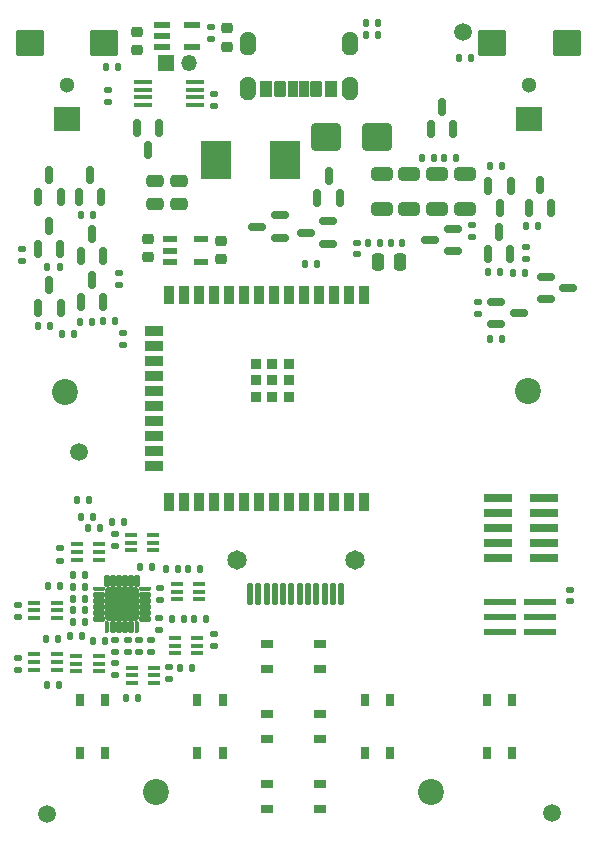
<source format=gbr>
G04 #@! TF.GenerationSoftware,KiCad,Pcbnew,7.0.5*
G04 #@! TF.CreationDate,2023-11-03T09:35:20+00:00*
G04 #@! TF.ProjectId,MaxTENS,4d617854-454e-4532-9e6b-696361645f70,rev?*
G04 #@! TF.SameCoordinates,Original*
G04 #@! TF.FileFunction,Soldermask,Top*
G04 #@! TF.FilePolarity,Negative*
%FSLAX46Y46*%
G04 Gerber Fmt 4.6, Leading zero omitted, Abs format (unit mm)*
G04 Created by KiCad (PCBNEW 7.0.5) date 2023-11-03 09:35:20*
%MOMM*%
%LPD*%
G01*
G04 APERTURE LIST*
G04 Aperture macros list*
%AMRoundRect*
0 Rectangle with rounded corners*
0 $1 Rounding radius*
0 $2 $3 $4 $5 $6 $7 $8 $9 X,Y pos of 4 corners*
0 Add a 4 corners polygon primitive as box body*
4,1,4,$2,$3,$4,$5,$6,$7,$8,$9,$2,$3,0*
0 Add four circle primitives for the rounded corners*
1,1,$1+$1,$2,$3*
1,1,$1+$1,$4,$5*
1,1,$1+$1,$6,$7*
1,1,$1+$1,$8,$9*
0 Add four rect primitives between the rounded corners*
20,1,$1+$1,$2,$3,$4,$5,0*
20,1,$1+$1,$4,$5,$6,$7,0*
20,1,$1+$1,$6,$7,$8,$9,0*
20,1,$1+$1,$8,$9,$2,$3,0*%
G04 Aperture macros list end*
%ADD10C,0.010000*%
%ADD11RoundRect,0.135000X-0.185000X0.135000X-0.185000X-0.135000X0.185000X-0.135000X0.185000X0.135000X0*%
%ADD12RoundRect,0.135000X-0.135000X-0.185000X0.135000X-0.185000X0.135000X0.185000X-0.135000X0.185000X0*%
%ADD13RoundRect,0.150000X0.150000X-0.587500X0.150000X0.587500X-0.150000X0.587500X-0.150000X-0.587500X0*%
%ADD14R,1.150000X0.600000*%
%ADD15RoundRect,0.135000X0.135000X0.185000X-0.135000X0.185000X-0.135000X-0.185000X0.135000X-0.185000X0*%
%ADD16R,0.990600X0.711200*%
%ADD17RoundRect,0.135000X0.185000X-0.135000X0.185000X0.135000X-0.185000X0.135000X-0.185000X-0.135000X0*%
%ADD18RoundRect,0.150000X-0.150000X0.587500X-0.150000X-0.587500X0.150000X-0.587500X0.150000X0.587500X0*%
%ADD19RoundRect,0.150000X-0.587500X-0.150000X0.587500X-0.150000X0.587500X0.150000X-0.587500X0.150000X0*%
%ADD20R,1.016000X0.355600*%
%ADD21RoundRect,0.250000X-0.650000X0.325000X-0.650000X-0.325000X0.650000X-0.325000X0.650000X0.325000X0*%
%ADD22C,2.200000*%
%ADD23R,1.320800X0.508000*%
%ADD24R,0.711200X0.990600*%
%ADD25RoundRect,0.140000X-0.170000X0.140000X-0.170000X-0.140000X0.170000X-0.140000X0.170000X0.140000X0*%
%ADD26RoundRect,0.140000X-0.140000X-0.170000X0.140000X-0.170000X0.140000X0.170000X-0.140000X0.170000X0*%
%ADD27C,1.500000*%
%ADD28R,2.387600X0.762000*%
%ADD29RoundRect,0.058100X-0.421900X-0.126900X0.421900X-0.126900X0.421900X0.126900X-0.421900X0.126900X0*%
%ADD30RoundRect,0.110100X-0.421900X-0.126900X0.421900X-0.126900X0.421900X0.126900X-0.421900X0.126900X0*%
%ADD31RoundRect,0.058100X0.126900X-0.421900X0.126900X0.421900X-0.126900X0.421900X-0.126900X-0.421900X0*%
%ADD32RoundRect,0.110100X0.126900X-0.421900X0.126900X0.421900X-0.126900X0.421900X-0.126900X-0.421900X0*%
%ADD33RoundRect,0.102000X-1.300000X-1.300000X1.300000X-1.300000X1.300000X1.300000X-1.300000X1.300000X0*%
%ADD34RoundRect,0.225000X0.250000X-0.225000X0.250000X0.225000X-0.250000X0.225000X-0.250000X-0.225000X0*%
%ADD35RoundRect,0.140000X0.170000X-0.140000X0.170000X0.140000X-0.170000X0.140000X-0.170000X-0.140000X0*%
%ADD36RoundRect,0.250000X-0.475000X0.250000X-0.475000X-0.250000X0.475000X-0.250000X0.475000X0.250000X0*%
%ADD37R,0.900000X1.500000*%
%ADD38R,1.500000X0.900000*%
%ADD39R,0.900000X0.900000*%
%ADD40C,1.300000*%
%ADD41RoundRect,0.102000X-1.000000X0.950000X-1.000000X-0.950000X1.000000X-0.950000X1.000000X0.950000X0*%
%ADD42RoundRect,0.102000X-1.050000X1.000000X-1.050000X-1.000000X1.050000X-1.000000X1.050000X1.000000X0*%
%ADD43RoundRect,0.150000X0.587500X0.150000X-0.587500X0.150000X-0.587500X-0.150000X0.587500X-0.150000X0*%
%ADD44RoundRect,0.250000X1.000000X0.900000X-1.000000X0.900000X-1.000000X-0.900000X1.000000X-0.900000X0*%
%ADD45RoundRect,0.250000X-0.250000X-0.475000X0.250000X-0.475000X0.250000X0.475000X-0.250000X0.475000X0*%
%ADD46R,2.819400X0.508000*%
%ADD47RoundRect,0.102000X0.350000X0.600000X-0.350000X0.600000X-0.350000X-0.600000X0.350000X-0.600000X0*%
%ADD48RoundRect,0.102000X0.380000X0.600000X-0.380000X0.600000X-0.380000X-0.600000X0.380000X-0.600000X0*%
%ADD49RoundRect,0.102000X0.400000X0.600000X-0.400000X0.600000X-0.400000X-0.600000X0.400000X-0.600000X0*%
%ADD50RoundRect,0.225000X-0.250000X0.225000X-0.250000X-0.225000X0.250000X-0.225000X0.250000X0.225000X0*%
%ADD51R,1.524000X0.457200*%
%ADD52C,1.650000*%
%ADD53RoundRect,0.101600X-0.175000X0.800000X-0.175000X-0.800000X0.175000X-0.800000X0.175000X0.800000X0*%
%ADD54R,2.550000X3.200000*%
%ADD55R,1.350000X1.350000*%
%ADD56O,1.350000X1.350000*%
G04 APERTURE END LIST*
G04 #@! TO.C,J1*
D10*
X227904000Y-45651000D02*
X227938000Y-45654000D01*
X227972000Y-45658000D01*
X228005000Y-45664000D01*
X228038000Y-45672000D01*
X228071000Y-45682000D01*
X228103000Y-45693000D01*
X228134000Y-45706000D01*
X228165000Y-45721000D01*
X228195000Y-45737000D01*
X228224000Y-45755000D01*
X228252000Y-45774000D01*
X228279000Y-45795000D01*
X228305000Y-45817000D01*
X228330000Y-45840000D01*
X228353000Y-45865000D01*
X228375000Y-45891000D01*
X228396000Y-45918000D01*
X228415000Y-45946000D01*
X228433000Y-45975000D01*
X228449000Y-46005000D01*
X228464000Y-46036000D01*
X228477000Y-46067000D01*
X228488000Y-46099000D01*
X228498000Y-46132000D01*
X228506000Y-46165000D01*
X228512000Y-46198000D01*
X228516000Y-46232000D01*
X228519000Y-46266000D01*
X228520000Y-46300000D01*
X228520000Y-46900000D01*
X228519000Y-46934000D01*
X228516000Y-46968000D01*
X228512000Y-47002000D01*
X228506000Y-47035000D01*
X228498000Y-47068000D01*
X228488000Y-47101000D01*
X228477000Y-47133000D01*
X228464000Y-47164000D01*
X228449000Y-47195000D01*
X228433000Y-47225000D01*
X228415000Y-47254000D01*
X228396000Y-47282000D01*
X228375000Y-47309000D01*
X228353000Y-47335000D01*
X228330000Y-47360000D01*
X228305000Y-47383000D01*
X228279000Y-47405000D01*
X228252000Y-47426000D01*
X228224000Y-47445000D01*
X228195000Y-47463000D01*
X228165000Y-47479000D01*
X228134000Y-47494000D01*
X228103000Y-47507000D01*
X228071000Y-47518000D01*
X228038000Y-47528000D01*
X228005000Y-47536000D01*
X227972000Y-47542000D01*
X227938000Y-47546000D01*
X227904000Y-47549000D01*
X227870000Y-47550000D01*
X227836000Y-47549000D01*
X227802000Y-47546000D01*
X227768000Y-47542000D01*
X227735000Y-47536000D01*
X227702000Y-47528000D01*
X227669000Y-47518000D01*
X227637000Y-47507000D01*
X227606000Y-47494000D01*
X227575000Y-47479000D01*
X227545000Y-47463000D01*
X227516000Y-47445000D01*
X227488000Y-47426000D01*
X227461000Y-47405000D01*
X227435000Y-47383000D01*
X227410000Y-47360000D01*
X227387000Y-47335000D01*
X227365000Y-47309000D01*
X227344000Y-47282000D01*
X227325000Y-47254000D01*
X227307000Y-47225000D01*
X227291000Y-47195000D01*
X227276000Y-47164000D01*
X227263000Y-47133000D01*
X227252000Y-47101000D01*
X227242000Y-47068000D01*
X227234000Y-47035000D01*
X227228000Y-47002000D01*
X227224000Y-46968000D01*
X227221000Y-46934000D01*
X227220000Y-46900000D01*
X227220000Y-46300000D01*
X227221000Y-46266000D01*
X227224000Y-46232000D01*
X227228000Y-46198000D01*
X227234000Y-46165000D01*
X227242000Y-46132000D01*
X227252000Y-46099000D01*
X227263000Y-46067000D01*
X227276000Y-46036000D01*
X227291000Y-46005000D01*
X227307000Y-45975000D01*
X227325000Y-45946000D01*
X227344000Y-45918000D01*
X227365000Y-45891000D01*
X227387000Y-45865000D01*
X227410000Y-45840000D01*
X227435000Y-45817000D01*
X227461000Y-45795000D01*
X227488000Y-45774000D01*
X227516000Y-45755000D01*
X227545000Y-45737000D01*
X227575000Y-45721000D01*
X227606000Y-45706000D01*
X227637000Y-45693000D01*
X227669000Y-45682000D01*
X227702000Y-45672000D01*
X227735000Y-45664000D01*
X227768000Y-45658000D01*
X227802000Y-45654000D01*
X227836000Y-45651000D01*
X227870000Y-45650000D01*
X227904000Y-45651000D01*
G36*
X227904000Y-45651000D02*
G01*
X227938000Y-45654000D01*
X227972000Y-45658000D01*
X228005000Y-45664000D01*
X228038000Y-45672000D01*
X228071000Y-45682000D01*
X228103000Y-45693000D01*
X228134000Y-45706000D01*
X228165000Y-45721000D01*
X228195000Y-45737000D01*
X228224000Y-45755000D01*
X228252000Y-45774000D01*
X228279000Y-45795000D01*
X228305000Y-45817000D01*
X228330000Y-45840000D01*
X228353000Y-45865000D01*
X228375000Y-45891000D01*
X228396000Y-45918000D01*
X228415000Y-45946000D01*
X228433000Y-45975000D01*
X228449000Y-46005000D01*
X228464000Y-46036000D01*
X228477000Y-46067000D01*
X228488000Y-46099000D01*
X228498000Y-46132000D01*
X228506000Y-46165000D01*
X228512000Y-46198000D01*
X228516000Y-46232000D01*
X228519000Y-46266000D01*
X228520000Y-46300000D01*
X228520000Y-46900000D01*
X228519000Y-46934000D01*
X228516000Y-46968000D01*
X228512000Y-47002000D01*
X228506000Y-47035000D01*
X228498000Y-47068000D01*
X228488000Y-47101000D01*
X228477000Y-47133000D01*
X228464000Y-47164000D01*
X228449000Y-47195000D01*
X228433000Y-47225000D01*
X228415000Y-47254000D01*
X228396000Y-47282000D01*
X228375000Y-47309000D01*
X228353000Y-47335000D01*
X228330000Y-47360000D01*
X228305000Y-47383000D01*
X228279000Y-47405000D01*
X228252000Y-47426000D01*
X228224000Y-47445000D01*
X228195000Y-47463000D01*
X228165000Y-47479000D01*
X228134000Y-47494000D01*
X228103000Y-47507000D01*
X228071000Y-47518000D01*
X228038000Y-47528000D01*
X228005000Y-47536000D01*
X227972000Y-47542000D01*
X227938000Y-47546000D01*
X227904000Y-47549000D01*
X227870000Y-47550000D01*
X227836000Y-47549000D01*
X227802000Y-47546000D01*
X227768000Y-47542000D01*
X227735000Y-47536000D01*
X227702000Y-47528000D01*
X227669000Y-47518000D01*
X227637000Y-47507000D01*
X227606000Y-47494000D01*
X227575000Y-47479000D01*
X227545000Y-47463000D01*
X227516000Y-47445000D01*
X227488000Y-47426000D01*
X227461000Y-47405000D01*
X227435000Y-47383000D01*
X227410000Y-47360000D01*
X227387000Y-47335000D01*
X227365000Y-47309000D01*
X227344000Y-47282000D01*
X227325000Y-47254000D01*
X227307000Y-47225000D01*
X227291000Y-47195000D01*
X227276000Y-47164000D01*
X227263000Y-47133000D01*
X227252000Y-47101000D01*
X227242000Y-47068000D01*
X227234000Y-47035000D01*
X227228000Y-47002000D01*
X227224000Y-46968000D01*
X227221000Y-46934000D01*
X227220000Y-46900000D01*
X227220000Y-46300000D01*
X227221000Y-46266000D01*
X227224000Y-46232000D01*
X227228000Y-46198000D01*
X227234000Y-46165000D01*
X227242000Y-46132000D01*
X227252000Y-46099000D01*
X227263000Y-46067000D01*
X227276000Y-46036000D01*
X227291000Y-46005000D01*
X227307000Y-45975000D01*
X227325000Y-45946000D01*
X227344000Y-45918000D01*
X227365000Y-45891000D01*
X227387000Y-45865000D01*
X227410000Y-45840000D01*
X227435000Y-45817000D01*
X227461000Y-45795000D01*
X227488000Y-45774000D01*
X227516000Y-45755000D01*
X227545000Y-45737000D01*
X227575000Y-45721000D01*
X227606000Y-45706000D01*
X227637000Y-45693000D01*
X227669000Y-45682000D01*
X227702000Y-45672000D01*
X227735000Y-45664000D01*
X227768000Y-45658000D01*
X227802000Y-45654000D01*
X227836000Y-45651000D01*
X227870000Y-45650000D01*
X227904000Y-45651000D01*
G37*
X227904000Y-41851000D02*
X227938000Y-41854000D01*
X227972000Y-41858000D01*
X228005000Y-41864000D01*
X228038000Y-41872000D01*
X228071000Y-41882000D01*
X228103000Y-41893000D01*
X228134000Y-41906000D01*
X228165000Y-41921000D01*
X228195000Y-41937000D01*
X228224000Y-41955000D01*
X228252000Y-41974000D01*
X228279000Y-41995000D01*
X228305000Y-42017000D01*
X228330000Y-42040000D01*
X228353000Y-42065000D01*
X228375000Y-42091000D01*
X228396000Y-42118000D01*
X228415000Y-42146000D01*
X228433000Y-42175000D01*
X228449000Y-42205000D01*
X228464000Y-42236000D01*
X228477000Y-42267000D01*
X228488000Y-42299000D01*
X228498000Y-42332000D01*
X228506000Y-42365000D01*
X228512000Y-42398000D01*
X228516000Y-42432000D01*
X228519000Y-42466000D01*
X228520000Y-42500000D01*
X228520000Y-43100000D01*
X228519000Y-43134000D01*
X228516000Y-43168000D01*
X228512000Y-43202000D01*
X228506000Y-43235000D01*
X228498000Y-43268000D01*
X228488000Y-43301000D01*
X228477000Y-43333000D01*
X228464000Y-43364000D01*
X228449000Y-43395000D01*
X228433000Y-43425000D01*
X228415000Y-43454000D01*
X228396000Y-43482000D01*
X228375000Y-43509000D01*
X228353000Y-43535000D01*
X228330000Y-43560000D01*
X228305000Y-43583000D01*
X228279000Y-43605000D01*
X228252000Y-43626000D01*
X228224000Y-43645000D01*
X228195000Y-43663000D01*
X228165000Y-43679000D01*
X228134000Y-43694000D01*
X228103000Y-43707000D01*
X228071000Y-43718000D01*
X228038000Y-43728000D01*
X228005000Y-43736000D01*
X227972000Y-43742000D01*
X227938000Y-43746000D01*
X227904000Y-43749000D01*
X227870000Y-43750000D01*
X227836000Y-43749000D01*
X227802000Y-43746000D01*
X227768000Y-43742000D01*
X227735000Y-43736000D01*
X227702000Y-43728000D01*
X227669000Y-43718000D01*
X227637000Y-43707000D01*
X227606000Y-43694000D01*
X227575000Y-43679000D01*
X227545000Y-43663000D01*
X227516000Y-43645000D01*
X227488000Y-43626000D01*
X227461000Y-43605000D01*
X227435000Y-43583000D01*
X227410000Y-43560000D01*
X227387000Y-43535000D01*
X227365000Y-43509000D01*
X227344000Y-43482000D01*
X227325000Y-43454000D01*
X227307000Y-43425000D01*
X227291000Y-43395000D01*
X227276000Y-43364000D01*
X227263000Y-43333000D01*
X227252000Y-43301000D01*
X227242000Y-43268000D01*
X227234000Y-43235000D01*
X227228000Y-43202000D01*
X227224000Y-43168000D01*
X227221000Y-43134000D01*
X227220000Y-43100000D01*
X227220000Y-42500000D01*
X227221000Y-42466000D01*
X227224000Y-42432000D01*
X227228000Y-42398000D01*
X227234000Y-42365000D01*
X227242000Y-42332000D01*
X227252000Y-42299000D01*
X227263000Y-42267000D01*
X227276000Y-42236000D01*
X227291000Y-42205000D01*
X227307000Y-42175000D01*
X227325000Y-42146000D01*
X227344000Y-42118000D01*
X227365000Y-42091000D01*
X227387000Y-42065000D01*
X227410000Y-42040000D01*
X227435000Y-42017000D01*
X227461000Y-41995000D01*
X227488000Y-41974000D01*
X227516000Y-41955000D01*
X227545000Y-41937000D01*
X227575000Y-41921000D01*
X227606000Y-41906000D01*
X227637000Y-41893000D01*
X227669000Y-41882000D01*
X227702000Y-41872000D01*
X227735000Y-41864000D01*
X227768000Y-41858000D01*
X227802000Y-41854000D01*
X227836000Y-41851000D01*
X227870000Y-41850000D01*
X227904000Y-41851000D01*
G36*
X227904000Y-41851000D02*
G01*
X227938000Y-41854000D01*
X227972000Y-41858000D01*
X228005000Y-41864000D01*
X228038000Y-41872000D01*
X228071000Y-41882000D01*
X228103000Y-41893000D01*
X228134000Y-41906000D01*
X228165000Y-41921000D01*
X228195000Y-41937000D01*
X228224000Y-41955000D01*
X228252000Y-41974000D01*
X228279000Y-41995000D01*
X228305000Y-42017000D01*
X228330000Y-42040000D01*
X228353000Y-42065000D01*
X228375000Y-42091000D01*
X228396000Y-42118000D01*
X228415000Y-42146000D01*
X228433000Y-42175000D01*
X228449000Y-42205000D01*
X228464000Y-42236000D01*
X228477000Y-42267000D01*
X228488000Y-42299000D01*
X228498000Y-42332000D01*
X228506000Y-42365000D01*
X228512000Y-42398000D01*
X228516000Y-42432000D01*
X228519000Y-42466000D01*
X228520000Y-42500000D01*
X228520000Y-43100000D01*
X228519000Y-43134000D01*
X228516000Y-43168000D01*
X228512000Y-43202000D01*
X228506000Y-43235000D01*
X228498000Y-43268000D01*
X228488000Y-43301000D01*
X228477000Y-43333000D01*
X228464000Y-43364000D01*
X228449000Y-43395000D01*
X228433000Y-43425000D01*
X228415000Y-43454000D01*
X228396000Y-43482000D01*
X228375000Y-43509000D01*
X228353000Y-43535000D01*
X228330000Y-43560000D01*
X228305000Y-43583000D01*
X228279000Y-43605000D01*
X228252000Y-43626000D01*
X228224000Y-43645000D01*
X228195000Y-43663000D01*
X228165000Y-43679000D01*
X228134000Y-43694000D01*
X228103000Y-43707000D01*
X228071000Y-43718000D01*
X228038000Y-43728000D01*
X228005000Y-43736000D01*
X227972000Y-43742000D01*
X227938000Y-43746000D01*
X227904000Y-43749000D01*
X227870000Y-43750000D01*
X227836000Y-43749000D01*
X227802000Y-43746000D01*
X227768000Y-43742000D01*
X227735000Y-43736000D01*
X227702000Y-43728000D01*
X227669000Y-43718000D01*
X227637000Y-43707000D01*
X227606000Y-43694000D01*
X227575000Y-43679000D01*
X227545000Y-43663000D01*
X227516000Y-43645000D01*
X227488000Y-43626000D01*
X227461000Y-43605000D01*
X227435000Y-43583000D01*
X227410000Y-43560000D01*
X227387000Y-43535000D01*
X227365000Y-43509000D01*
X227344000Y-43482000D01*
X227325000Y-43454000D01*
X227307000Y-43425000D01*
X227291000Y-43395000D01*
X227276000Y-43364000D01*
X227263000Y-43333000D01*
X227252000Y-43301000D01*
X227242000Y-43268000D01*
X227234000Y-43235000D01*
X227228000Y-43202000D01*
X227224000Y-43168000D01*
X227221000Y-43134000D01*
X227220000Y-43100000D01*
X227220000Y-42500000D01*
X227221000Y-42466000D01*
X227224000Y-42432000D01*
X227228000Y-42398000D01*
X227234000Y-42365000D01*
X227242000Y-42332000D01*
X227252000Y-42299000D01*
X227263000Y-42267000D01*
X227276000Y-42236000D01*
X227291000Y-42205000D01*
X227307000Y-42175000D01*
X227325000Y-42146000D01*
X227344000Y-42118000D01*
X227365000Y-42091000D01*
X227387000Y-42065000D01*
X227410000Y-42040000D01*
X227435000Y-42017000D01*
X227461000Y-41995000D01*
X227488000Y-41974000D01*
X227516000Y-41955000D01*
X227545000Y-41937000D01*
X227575000Y-41921000D01*
X227606000Y-41906000D01*
X227637000Y-41893000D01*
X227669000Y-41882000D01*
X227702000Y-41872000D01*
X227735000Y-41864000D01*
X227768000Y-41858000D01*
X227802000Y-41854000D01*
X227836000Y-41851000D01*
X227870000Y-41850000D01*
X227904000Y-41851000D01*
G37*
X219264000Y-45651000D02*
X219298000Y-45654000D01*
X219332000Y-45658000D01*
X219365000Y-45664000D01*
X219398000Y-45672000D01*
X219431000Y-45682000D01*
X219463000Y-45693000D01*
X219494000Y-45706000D01*
X219525000Y-45721000D01*
X219555000Y-45737000D01*
X219584000Y-45755000D01*
X219612000Y-45774000D01*
X219639000Y-45795000D01*
X219665000Y-45817000D01*
X219690000Y-45840000D01*
X219713000Y-45865000D01*
X219735000Y-45891000D01*
X219756000Y-45918000D01*
X219775000Y-45946000D01*
X219793000Y-45975000D01*
X219809000Y-46005000D01*
X219824000Y-46036000D01*
X219837000Y-46067000D01*
X219848000Y-46099000D01*
X219858000Y-46132000D01*
X219866000Y-46165000D01*
X219872000Y-46198000D01*
X219876000Y-46232000D01*
X219879000Y-46266000D01*
X219880000Y-46300000D01*
X219880000Y-46900000D01*
X219879000Y-46934000D01*
X219876000Y-46968000D01*
X219872000Y-47002000D01*
X219866000Y-47035000D01*
X219858000Y-47068000D01*
X219848000Y-47101000D01*
X219837000Y-47133000D01*
X219824000Y-47164000D01*
X219809000Y-47195000D01*
X219793000Y-47225000D01*
X219775000Y-47254000D01*
X219756000Y-47282000D01*
X219735000Y-47309000D01*
X219713000Y-47335000D01*
X219690000Y-47360000D01*
X219665000Y-47383000D01*
X219639000Y-47405000D01*
X219612000Y-47426000D01*
X219584000Y-47445000D01*
X219555000Y-47463000D01*
X219525000Y-47479000D01*
X219494000Y-47494000D01*
X219463000Y-47507000D01*
X219431000Y-47518000D01*
X219398000Y-47528000D01*
X219365000Y-47536000D01*
X219332000Y-47542000D01*
X219298000Y-47546000D01*
X219264000Y-47549000D01*
X219230000Y-47550000D01*
X219196000Y-47549000D01*
X219162000Y-47546000D01*
X219128000Y-47542000D01*
X219095000Y-47536000D01*
X219062000Y-47528000D01*
X219029000Y-47518000D01*
X218997000Y-47507000D01*
X218966000Y-47494000D01*
X218935000Y-47479000D01*
X218905000Y-47463000D01*
X218876000Y-47445000D01*
X218848000Y-47426000D01*
X218821000Y-47405000D01*
X218795000Y-47383000D01*
X218770000Y-47360000D01*
X218747000Y-47335000D01*
X218725000Y-47309000D01*
X218704000Y-47282000D01*
X218685000Y-47254000D01*
X218667000Y-47225000D01*
X218651000Y-47195000D01*
X218636000Y-47164000D01*
X218623000Y-47133000D01*
X218612000Y-47101000D01*
X218602000Y-47068000D01*
X218594000Y-47035000D01*
X218588000Y-47002000D01*
X218584000Y-46968000D01*
X218581000Y-46934000D01*
X218580000Y-46900000D01*
X218580000Y-46300000D01*
X218581000Y-46266000D01*
X218584000Y-46232000D01*
X218588000Y-46198000D01*
X218594000Y-46165000D01*
X218602000Y-46132000D01*
X218612000Y-46099000D01*
X218623000Y-46067000D01*
X218636000Y-46036000D01*
X218651000Y-46005000D01*
X218667000Y-45975000D01*
X218685000Y-45946000D01*
X218704000Y-45918000D01*
X218725000Y-45891000D01*
X218747000Y-45865000D01*
X218770000Y-45840000D01*
X218795000Y-45817000D01*
X218821000Y-45795000D01*
X218848000Y-45774000D01*
X218876000Y-45755000D01*
X218905000Y-45737000D01*
X218935000Y-45721000D01*
X218966000Y-45706000D01*
X218997000Y-45693000D01*
X219029000Y-45682000D01*
X219062000Y-45672000D01*
X219095000Y-45664000D01*
X219128000Y-45658000D01*
X219162000Y-45654000D01*
X219196000Y-45651000D01*
X219230000Y-45650000D01*
X219264000Y-45651000D01*
G36*
X219264000Y-45651000D02*
G01*
X219298000Y-45654000D01*
X219332000Y-45658000D01*
X219365000Y-45664000D01*
X219398000Y-45672000D01*
X219431000Y-45682000D01*
X219463000Y-45693000D01*
X219494000Y-45706000D01*
X219525000Y-45721000D01*
X219555000Y-45737000D01*
X219584000Y-45755000D01*
X219612000Y-45774000D01*
X219639000Y-45795000D01*
X219665000Y-45817000D01*
X219690000Y-45840000D01*
X219713000Y-45865000D01*
X219735000Y-45891000D01*
X219756000Y-45918000D01*
X219775000Y-45946000D01*
X219793000Y-45975000D01*
X219809000Y-46005000D01*
X219824000Y-46036000D01*
X219837000Y-46067000D01*
X219848000Y-46099000D01*
X219858000Y-46132000D01*
X219866000Y-46165000D01*
X219872000Y-46198000D01*
X219876000Y-46232000D01*
X219879000Y-46266000D01*
X219880000Y-46300000D01*
X219880000Y-46900000D01*
X219879000Y-46934000D01*
X219876000Y-46968000D01*
X219872000Y-47002000D01*
X219866000Y-47035000D01*
X219858000Y-47068000D01*
X219848000Y-47101000D01*
X219837000Y-47133000D01*
X219824000Y-47164000D01*
X219809000Y-47195000D01*
X219793000Y-47225000D01*
X219775000Y-47254000D01*
X219756000Y-47282000D01*
X219735000Y-47309000D01*
X219713000Y-47335000D01*
X219690000Y-47360000D01*
X219665000Y-47383000D01*
X219639000Y-47405000D01*
X219612000Y-47426000D01*
X219584000Y-47445000D01*
X219555000Y-47463000D01*
X219525000Y-47479000D01*
X219494000Y-47494000D01*
X219463000Y-47507000D01*
X219431000Y-47518000D01*
X219398000Y-47528000D01*
X219365000Y-47536000D01*
X219332000Y-47542000D01*
X219298000Y-47546000D01*
X219264000Y-47549000D01*
X219230000Y-47550000D01*
X219196000Y-47549000D01*
X219162000Y-47546000D01*
X219128000Y-47542000D01*
X219095000Y-47536000D01*
X219062000Y-47528000D01*
X219029000Y-47518000D01*
X218997000Y-47507000D01*
X218966000Y-47494000D01*
X218935000Y-47479000D01*
X218905000Y-47463000D01*
X218876000Y-47445000D01*
X218848000Y-47426000D01*
X218821000Y-47405000D01*
X218795000Y-47383000D01*
X218770000Y-47360000D01*
X218747000Y-47335000D01*
X218725000Y-47309000D01*
X218704000Y-47282000D01*
X218685000Y-47254000D01*
X218667000Y-47225000D01*
X218651000Y-47195000D01*
X218636000Y-47164000D01*
X218623000Y-47133000D01*
X218612000Y-47101000D01*
X218602000Y-47068000D01*
X218594000Y-47035000D01*
X218588000Y-47002000D01*
X218584000Y-46968000D01*
X218581000Y-46934000D01*
X218580000Y-46900000D01*
X218580000Y-46300000D01*
X218581000Y-46266000D01*
X218584000Y-46232000D01*
X218588000Y-46198000D01*
X218594000Y-46165000D01*
X218602000Y-46132000D01*
X218612000Y-46099000D01*
X218623000Y-46067000D01*
X218636000Y-46036000D01*
X218651000Y-46005000D01*
X218667000Y-45975000D01*
X218685000Y-45946000D01*
X218704000Y-45918000D01*
X218725000Y-45891000D01*
X218747000Y-45865000D01*
X218770000Y-45840000D01*
X218795000Y-45817000D01*
X218821000Y-45795000D01*
X218848000Y-45774000D01*
X218876000Y-45755000D01*
X218905000Y-45737000D01*
X218935000Y-45721000D01*
X218966000Y-45706000D01*
X218997000Y-45693000D01*
X219029000Y-45682000D01*
X219062000Y-45672000D01*
X219095000Y-45664000D01*
X219128000Y-45658000D01*
X219162000Y-45654000D01*
X219196000Y-45651000D01*
X219230000Y-45650000D01*
X219264000Y-45651000D01*
G37*
X219264000Y-41851000D02*
X219298000Y-41854000D01*
X219332000Y-41858000D01*
X219365000Y-41864000D01*
X219398000Y-41872000D01*
X219431000Y-41882000D01*
X219463000Y-41893000D01*
X219494000Y-41906000D01*
X219525000Y-41921000D01*
X219555000Y-41937000D01*
X219584000Y-41955000D01*
X219612000Y-41974000D01*
X219639000Y-41995000D01*
X219665000Y-42017000D01*
X219690000Y-42040000D01*
X219713000Y-42065000D01*
X219735000Y-42091000D01*
X219756000Y-42118000D01*
X219775000Y-42146000D01*
X219793000Y-42175000D01*
X219809000Y-42205000D01*
X219824000Y-42236000D01*
X219837000Y-42267000D01*
X219848000Y-42299000D01*
X219858000Y-42332000D01*
X219866000Y-42365000D01*
X219872000Y-42398000D01*
X219876000Y-42432000D01*
X219879000Y-42466000D01*
X219880000Y-42500000D01*
X219880000Y-43100000D01*
X219879000Y-43134000D01*
X219876000Y-43168000D01*
X219872000Y-43202000D01*
X219866000Y-43235000D01*
X219858000Y-43268000D01*
X219848000Y-43301000D01*
X219837000Y-43333000D01*
X219824000Y-43364000D01*
X219809000Y-43395000D01*
X219793000Y-43425000D01*
X219775000Y-43454000D01*
X219756000Y-43482000D01*
X219735000Y-43509000D01*
X219713000Y-43535000D01*
X219690000Y-43560000D01*
X219665000Y-43583000D01*
X219639000Y-43605000D01*
X219612000Y-43626000D01*
X219584000Y-43645000D01*
X219555000Y-43663000D01*
X219525000Y-43679000D01*
X219494000Y-43694000D01*
X219463000Y-43707000D01*
X219431000Y-43718000D01*
X219398000Y-43728000D01*
X219365000Y-43736000D01*
X219332000Y-43742000D01*
X219298000Y-43746000D01*
X219264000Y-43749000D01*
X219230000Y-43750000D01*
X219196000Y-43749000D01*
X219162000Y-43746000D01*
X219128000Y-43742000D01*
X219095000Y-43736000D01*
X219062000Y-43728000D01*
X219029000Y-43718000D01*
X218997000Y-43707000D01*
X218966000Y-43694000D01*
X218935000Y-43679000D01*
X218905000Y-43663000D01*
X218876000Y-43645000D01*
X218848000Y-43626000D01*
X218821000Y-43605000D01*
X218795000Y-43583000D01*
X218770000Y-43560000D01*
X218747000Y-43535000D01*
X218725000Y-43509000D01*
X218704000Y-43482000D01*
X218685000Y-43454000D01*
X218667000Y-43425000D01*
X218651000Y-43395000D01*
X218636000Y-43364000D01*
X218623000Y-43333000D01*
X218612000Y-43301000D01*
X218602000Y-43268000D01*
X218594000Y-43235000D01*
X218588000Y-43202000D01*
X218584000Y-43168000D01*
X218581000Y-43134000D01*
X218580000Y-43100000D01*
X218580000Y-42500000D01*
X218581000Y-42466000D01*
X218584000Y-42432000D01*
X218588000Y-42398000D01*
X218594000Y-42365000D01*
X218602000Y-42332000D01*
X218612000Y-42299000D01*
X218623000Y-42267000D01*
X218636000Y-42236000D01*
X218651000Y-42205000D01*
X218667000Y-42175000D01*
X218685000Y-42146000D01*
X218704000Y-42118000D01*
X218725000Y-42091000D01*
X218747000Y-42065000D01*
X218770000Y-42040000D01*
X218795000Y-42017000D01*
X218821000Y-41995000D01*
X218848000Y-41974000D01*
X218876000Y-41955000D01*
X218905000Y-41937000D01*
X218935000Y-41921000D01*
X218966000Y-41906000D01*
X218997000Y-41893000D01*
X219029000Y-41882000D01*
X219062000Y-41872000D01*
X219095000Y-41864000D01*
X219128000Y-41858000D01*
X219162000Y-41854000D01*
X219196000Y-41851000D01*
X219230000Y-41850000D01*
X219264000Y-41851000D01*
G36*
X219264000Y-41851000D02*
G01*
X219298000Y-41854000D01*
X219332000Y-41858000D01*
X219365000Y-41864000D01*
X219398000Y-41872000D01*
X219431000Y-41882000D01*
X219463000Y-41893000D01*
X219494000Y-41906000D01*
X219525000Y-41921000D01*
X219555000Y-41937000D01*
X219584000Y-41955000D01*
X219612000Y-41974000D01*
X219639000Y-41995000D01*
X219665000Y-42017000D01*
X219690000Y-42040000D01*
X219713000Y-42065000D01*
X219735000Y-42091000D01*
X219756000Y-42118000D01*
X219775000Y-42146000D01*
X219793000Y-42175000D01*
X219809000Y-42205000D01*
X219824000Y-42236000D01*
X219837000Y-42267000D01*
X219848000Y-42299000D01*
X219858000Y-42332000D01*
X219866000Y-42365000D01*
X219872000Y-42398000D01*
X219876000Y-42432000D01*
X219879000Y-42466000D01*
X219880000Y-42500000D01*
X219880000Y-43100000D01*
X219879000Y-43134000D01*
X219876000Y-43168000D01*
X219872000Y-43202000D01*
X219866000Y-43235000D01*
X219858000Y-43268000D01*
X219848000Y-43301000D01*
X219837000Y-43333000D01*
X219824000Y-43364000D01*
X219809000Y-43395000D01*
X219793000Y-43425000D01*
X219775000Y-43454000D01*
X219756000Y-43482000D01*
X219735000Y-43509000D01*
X219713000Y-43535000D01*
X219690000Y-43560000D01*
X219665000Y-43583000D01*
X219639000Y-43605000D01*
X219612000Y-43626000D01*
X219584000Y-43645000D01*
X219555000Y-43663000D01*
X219525000Y-43679000D01*
X219494000Y-43694000D01*
X219463000Y-43707000D01*
X219431000Y-43718000D01*
X219398000Y-43728000D01*
X219365000Y-43736000D01*
X219332000Y-43742000D01*
X219298000Y-43746000D01*
X219264000Y-43749000D01*
X219230000Y-43750000D01*
X219196000Y-43749000D01*
X219162000Y-43746000D01*
X219128000Y-43742000D01*
X219095000Y-43736000D01*
X219062000Y-43728000D01*
X219029000Y-43718000D01*
X218997000Y-43707000D01*
X218966000Y-43694000D01*
X218935000Y-43679000D01*
X218905000Y-43663000D01*
X218876000Y-43645000D01*
X218848000Y-43626000D01*
X218821000Y-43605000D01*
X218795000Y-43583000D01*
X218770000Y-43560000D01*
X218747000Y-43535000D01*
X218725000Y-43509000D01*
X218704000Y-43482000D01*
X218685000Y-43454000D01*
X218667000Y-43425000D01*
X218651000Y-43395000D01*
X218636000Y-43364000D01*
X218623000Y-43333000D01*
X218612000Y-43301000D01*
X218602000Y-43268000D01*
X218594000Y-43235000D01*
X218588000Y-43202000D01*
X218584000Y-43168000D01*
X218581000Y-43134000D01*
X218580000Y-43100000D01*
X218580000Y-42500000D01*
X218581000Y-42466000D01*
X218584000Y-42432000D01*
X218588000Y-42398000D01*
X218594000Y-42365000D01*
X218602000Y-42332000D01*
X218612000Y-42299000D01*
X218623000Y-42267000D01*
X218636000Y-42236000D01*
X218651000Y-42205000D01*
X218667000Y-42175000D01*
X218685000Y-42146000D01*
X218704000Y-42118000D01*
X218725000Y-42091000D01*
X218747000Y-42065000D01*
X218770000Y-42040000D01*
X218795000Y-42017000D01*
X218821000Y-41995000D01*
X218848000Y-41974000D01*
X218876000Y-41955000D01*
X218905000Y-41937000D01*
X218935000Y-41921000D01*
X218966000Y-41906000D01*
X218997000Y-41893000D01*
X219029000Y-41882000D01*
X219062000Y-41872000D01*
X219095000Y-41864000D01*
X219128000Y-41858000D01*
X219162000Y-41854000D01*
X219196000Y-41851000D01*
X219230000Y-41850000D01*
X219264000Y-41851000D01*
G37*
G04 #@! TD*
D11*
G04 #@! TO.C,R17*
X216160000Y-41390000D03*
X216160000Y-42410000D03*
G04 #@! TD*
D12*
G04 #@! TO.C,R57*
X205015000Y-66400000D03*
X206035000Y-66400000D03*
G04 #@! TD*
D13*
G04 #@! TO.C,Q4*
X201510000Y-55837500D03*
X203410000Y-55837500D03*
X202460000Y-53962500D03*
G04 #@! TD*
D14*
G04 #@! TO.C,IC2*
X212700000Y-59400000D03*
X212700000Y-60350000D03*
X212700000Y-61300000D03*
X215300000Y-61300000D03*
X215300000Y-59400000D03*
G04 #@! TD*
D11*
G04 #@! TO.C,R15*
X199800000Y-90365000D03*
X199800000Y-91385000D03*
G04 #@! TD*
D15*
G04 #@! TO.C,R18*
X230310000Y-41100000D03*
X229290000Y-41100000D03*
G04 #@! TD*
D12*
G04 #@! TO.C,R31*
X204440000Y-91800000D03*
X205460000Y-91800000D03*
G04 #@! TD*
D16*
G04 #@! TO.C,S6*
X220849999Y-105525001D03*
X225350001Y-105525001D03*
X220849999Y-107674999D03*
X225350001Y-107674999D03*
G04 #@! TD*
D17*
G04 #@! TO.C,R38*
X210075000Y-94360000D03*
X210075000Y-93340000D03*
G04 #@! TD*
D12*
G04 #@! TO.C,R62*
X205105000Y-82900000D03*
X206125000Y-82900000D03*
G04 #@! TD*
G04 #@! TO.C,R1*
X224080000Y-61500000D03*
X225100000Y-61500000D03*
G04 #@! TD*
D18*
G04 #@! TO.C,Q8*
X241540000Y-54855000D03*
X239640000Y-54855000D03*
X240590000Y-56730000D03*
G04 #@! TD*
D19*
G04 #@! TO.C,Q21*
X240312500Y-64700000D03*
X240312500Y-66600000D03*
X242187500Y-65650000D03*
G04 #@! TD*
D13*
G04 #@! TO.C,Q3*
X234740000Y-50087500D03*
X236640000Y-50087500D03*
X235690000Y-48212500D03*
G04 #@! TD*
D12*
G04 #@! TO.C,R3*
X235880000Y-52510000D03*
X236900000Y-52510000D03*
G04 #@! TD*
D13*
G04 #@! TO.C,Q6*
X201490000Y-60187500D03*
X203390000Y-60187500D03*
X202440000Y-58312500D03*
G04 #@! TD*
D17*
G04 #@! TO.C,R34*
X208025000Y-94335000D03*
X208025000Y-93315000D03*
G04 #@! TD*
D20*
G04 #@! TO.C,U9*
X209420000Y-95675002D03*
X209420000Y-96325001D03*
X209420000Y-96975000D03*
X211325000Y-96975000D03*
X211325000Y-96325001D03*
X211325000Y-95675002D03*
G04 #@! TD*
D13*
G04 #@! TO.C,Q9*
X243040000Y-56707500D03*
X244940000Y-56707500D03*
X243990000Y-54832500D03*
G04 #@! TD*
D21*
G04 #@! TO.C,C4*
X237620000Y-53855000D03*
X237620000Y-56805000D03*
G04 #@! TD*
D22*
G04 #@! TO.C,H2*
X203780000Y-72310000D03*
G04 #@! TD*
D23*
G04 #@! TO.C,U3*
X211979600Y-41249998D03*
X211979600Y-42199999D03*
X211979600Y-43150000D03*
X214570400Y-43150000D03*
X214570400Y-41249998D03*
G04 #@! TD*
D17*
G04 #@! TO.C,R25*
X208000000Y-96260000D03*
X208000000Y-95240000D03*
G04 #@! TD*
D24*
G04 #@! TO.C,S5*
X214975001Y-102920001D03*
X214975001Y-98419999D03*
X217124999Y-102920001D03*
X217124999Y-98419999D03*
G04 #@! TD*
D12*
G04 #@! TO.C,R4*
X207240000Y-44775000D03*
X208260000Y-44775000D03*
G04 #@! TD*
D21*
G04 #@! TO.C,C12*
X230600000Y-53845000D03*
X230600000Y-56795000D03*
G04 #@! TD*
D24*
G04 #@! TO.C,S4*
X231299998Y-98419999D03*
X231299998Y-102920001D03*
X229150000Y-98419999D03*
X229150000Y-102920001D03*
G04 #@! TD*
D25*
G04 #@! TO.C,C15*
X246550000Y-89095000D03*
X246550000Y-90055000D03*
G04 #@! TD*
D26*
G04 #@! TO.C,C6*
X231395000Y-59725000D03*
X232355000Y-59725000D03*
G04 #@! TD*
D27*
G04 #@! TO.C,FID2*
X237480000Y-41860000D03*
G04 #@! TD*
D12*
G04 #@! TO.C,R27*
X204455000Y-87835000D03*
X205475000Y-87835000D03*
G04 #@! TD*
D17*
G04 #@! TO.C,R47*
X212625000Y-96635000D03*
X212625000Y-95615000D03*
G04 #@! TD*
D12*
G04 #@! TO.C,R33*
X206115000Y-93375000D03*
X207135000Y-93375000D03*
G04 #@! TD*
G04 #@! TO.C,R32*
X204215000Y-92950000D03*
X205235000Y-92950000D03*
G04 #@! TD*
D28*
G04 #@! TO.C,J5*
X244340002Y-86340000D03*
X240440000Y-86340000D03*
X244340002Y-85070000D03*
X240440000Y-85070000D03*
X244340002Y-83800000D03*
X240440000Y-83800000D03*
X244340002Y-82530000D03*
X240440000Y-82530000D03*
X244340002Y-81260000D03*
X240440000Y-81260000D03*
G04 #@! TD*
D22*
G04 #@! TO.C,H3*
X211475000Y-106200000D03*
G04 #@! TD*
D13*
G04 #@! TO.C,Q7*
X239590000Y-60640000D03*
X241490000Y-60640000D03*
X240540000Y-58765000D03*
G04 #@! TD*
D12*
G04 #@! TO.C,R46*
X214180000Y-87300000D03*
X215200000Y-87300000D03*
G04 #@! TD*
D20*
G04 #@! TO.C,U10*
X213097500Y-93150001D03*
X213097500Y-93800000D03*
X213097500Y-94449999D03*
X215002500Y-94449999D03*
X215002500Y-93800000D03*
X215002500Y-93150001D03*
G04 #@! TD*
D12*
G04 #@! TO.C,R30*
X204440000Y-90800000D03*
X205460000Y-90800000D03*
G04 #@! TD*
D21*
G04 #@! TO.C,C11*
X232950000Y-53850000D03*
X232950000Y-56800000D03*
G04 #@! TD*
D20*
G04 #@! TO.C,U7*
X201197500Y-94525001D03*
X201197500Y-95175000D03*
X201197500Y-95824999D03*
X203102500Y-95824999D03*
X203102500Y-95175000D03*
X203102500Y-94525001D03*
G04 #@! TD*
D17*
G04 #@! TO.C,R39*
X211050000Y-94360000D03*
X211050000Y-93340000D03*
G04 #@! TD*
D22*
G04 #@! TO.C,H1*
X242975000Y-72275000D03*
G04 #@! TD*
D15*
G04 #@! TO.C,R36*
X205835000Y-81475000D03*
X204815000Y-81475000D03*
G04 #@! TD*
D12*
G04 #@! TO.C,R14*
X202340000Y-88725000D03*
X203360000Y-88725000D03*
G04 #@! TD*
D16*
G04 #@! TO.C,S7*
X220849999Y-99595001D03*
X225350001Y-99595001D03*
X220849999Y-101744999D03*
X225350001Y-101744999D03*
G04 #@! TD*
D17*
G04 #@! TO.C,R54*
X200125000Y-61210000D03*
X200125000Y-60190000D03*
G04 #@! TD*
D15*
G04 #@! TO.C,R16*
X230460000Y-59725000D03*
X229440000Y-59725000D03*
G04 #@! TD*
D20*
G04 #@! TO.C,U5*
X204747500Y-94675001D03*
X204747500Y-95325000D03*
X204747500Y-95974999D03*
X206652500Y-95974999D03*
X206652500Y-95325000D03*
X206652500Y-94675001D03*
G04 #@! TD*
D29*
G04 #@! TO.C,U2*
X206680000Y-89025000D03*
D30*
X206680000Y-89525000D03*
X206680000Y-90025000D03*
X206680000Y-90525000D03*
X206680000Y-91025000D03*
X206680000Y-91525000D03*
D31*
X207365000Y-92210000D03*
D32*
X207865000Y-92210000D03*
X208365000Y-92210000D03*
X208865000Y-92210000D03*
X209365000Y-92210000D03*
D31*
X209865000Y-92210000D03*
D30*
X210550000Y-91525000D03*
X210550000Y-91025000D03*
X210550000Y-90525000D03*
X210550000Y-90025000D03*
X210550000Y-89525000D03*
D29*
X210550000Y-89025000D03*
D32*
X209865000Y-88340000D03*
X209365000Y-88340000D03*
X208865000Y-88340000D03*
X208365000Y-88340000D03*
X207865000Y-88340000D03*
X207365000Y-88340000D03*
D33*
X208615000Y-90275000D03*
G04 #@! TD*
D20*
G04 #@! TO.C,U4*
X204762500Y-85235001D03*
X204762500Y-85885000D03*
X204762500Y-86534999D03*
X206667500Y-86534999D03*
X206667500Y-85885000D03*
X206667500Y-85235001D03*
G04 #@! TD*
D34*
G04 #@! TO.C,C10*
X209875000Y-43375000D03*
X209875000Y-41825000D03*
G04 #@! TD*
D35*
G04 #@! TO.C,C8*
X228500000Y-60630000D03*
X228500000Y-59670000D03*
G04 #@! TD*
D17*
G04 #@! TO.C,R22*
X208320000Y-63290000D03*
X208320000Y-62270000D03*
G04 #@! TD*
D19*
G04 #@! TO.C,Q19*
X244487500Y-62550000D03*
X244487500Y-64450000D03*
X246362500Y-63500000D03*
G04 #@! TD*
D12*
G04 #@! TO.C,R10*
X239740000Y-67880000D03*
X240760000Y-67880000D03*
G04 #@! TD*
D11*
G04 #@! TO.C,R13*
X203390000Y-85575000D03*
X203390000Y-86595000D03*
G04 #@! TD*
D15*
G04 #@! TO.C,R42*
X215760000Y-91525000D03*
X214740000Y-91525000D03*
G04 #@! TD*
D13*
G04 #@! TO.C,Q17*
X205130000Y-60787500D03*
X207030000Y-60787500D03*
X206080000Y-58912500D03*
G04 #@! TD*
D34*
G04 #@! TO.C,C9*
X217500000Y-43075000D03*
X217500000Y-41525000D03*
G04 #@! TD*
D13*
G04 #@! TO.C,Q16*
X205140000Y-64705000D03*
X207040000Y-64705000D03*
X206090000Y-62830000D03*
G04 #@! TD*
D17*
G04 #@! TO.C,R9*
X238220000Y-59240000D03*
X238220000Y-58220000D03*
G04 #@! TD*
D20*
G04 #@! TO.C,U8*
X213247500Y-88575001D03*
X213247500Y-89225000D03*
X213247500Y-89874999D03*
X215152500Y-89874999D03*
X215152500Y-89225000D03*
X215152500Y-88575001D03*
G04 #@! TD*
D27*
G04 #@! TO.C,FID3*
X202230000Y-108060000D03*
G04 #@! TD*
D36*
G04 #@! TO.C,C1*
X211400000Y-54500000D03*
X211400000Y-56400000D03*
G04 #@! TD*
D12*
G04 #@! TO.C,R28*
X204455000Y-88835000D03*
X205475000Y-88835000D03*
G04 #@! TD*
D37*
G04 #@! TO.C,IC1*
X229060000Y-64100000D03*
X227790000Y-64100000D03*
X226520000Y-64100000D03*
X225250000Y-64100000D03*
X223980000Y-64100000D03*
X222710000Y-64100000D03*
X221440000Y-64100000D03*
X220170000Y-64100000D03*
X218900000Y-64100000D03*
X217630000Y-64100000D03*
X216360000Y-64100000D03*
X215090000Y-64100000D03*
X213820000Y-64100000D03*
X212550000Y-64100000D03*
D38*
X211300000Y-67135000D03*
X211300000Y-68405000D03*
X211300000Y-69675000D03*
X211300000Y-70945000D03*
X211300000Y-72215000D03*
X211300000Y-73485000D03*
X211300000Y-74755000D03*
X211300000Y-76025000D03*
X211300000Y-77295000D03*
X211300000Y-78565000D03*
D37*
X212550000Y-81600000D03*
X213820000Y-81600000D03*
X215090000Y-81600000D03*
X216360000Y-81600000D03*
X217630000Y-81600000D03*
X218900000Y-81600000D03*
X220170000Y-81600000D03*
X221440000Y-81600000D03*
X222710000Y-81600000D03*
X223980000Y-81600000D03*
X225250000Y-81600000D03*
X226520000Y-81600000D03*
X227790000Y-81600000D03*
X229060000Y-81600000D03*
D39*
X222740000Y-69950000D03*
X221340000Y-69950000D03*
X219940000Y-69950000D03*
X219940000Y-71350000D03*
X219940000Y-72750000D03*
X221340000Y-72750000D03*
X222740000Y-72750000D03*
X222740000Y-71350000D03*
X221340000Y-71350000D03*
G04 #@! TD*
D40*
G04 #@! TO.C,J7*
X243100000Y-46305000D03*
D41*
X243100000Y-49255000D03*
D42*
X239950000Y-42805000D03*
X246250000Y-42805000D03*
G04 #@! TD*
D12*
G04 #@! TO.C,R44*
X210165000Y-87175000D03*
X211185000Y-87175000D03*
G04 #@! TD*
G04 #@! TO.C,R21*
X207040000Y-66300000D03*
X208060000Y-66300000D03*
G04 #@! TD*
D17*
G04 #@! TO.C,R7*
X242820000Y-61070000D03*
X242820000Y-60050000D03*
G04 #@! TD*
D27*
G04 #@! TO.C,FID1*
X204950000Y-77400000D03*
G04 #@! TD*
D12*
G04 #@! TO.C,R6*
X205170000Y-57380000D03*
X206190000Y-57380000D03*
G04 #@! TD*
D43*
G04 #@! TO.C,Q20*
X236597500Y-60420000D03*
X236597500Y-58520000D03*
X234722500Y-59470000D03*
G04 #@! TD*
D21*
G04 #@! TO.C,C3*
X235250000Y-53850000D03*
X235250000Y-56800000D03*
G04 #@! TD*
D44*
G04 #@! TO.C,D1*
X230200000Y-50700000D03*
X225900000Y-50700000D03*
G04 #@! TD*
D15*
G04 #@! TO.C,R61*
X240610000Y-62150000D03*
X239590000Y-62150000D03*
G04 #@! TD*
D11*
G04 #@! TO.C,R50*
X216375000Y-92815000D03*
X216375000Y-93835000D03*
G04 #@! TD*
D45*
G04 #@! TO.C,C7*
X230275000Y-61325000D03*
X232175000Y-61325000D03*
G04 #@! TD*
D15*
G04 #@! TO.C,R8*
X240820000Y-53180000D03*
X239800000Y-53180000D03*
G04 #@! TD*
D46*
G04 #@! TO.C,J3*
X244001800Y-90130000D03*
X240598200Y-90130000D03*
X244001800Y-91400000D03*
X240598200Y-91400000D03*
X244001800Y-92670000D03*
X240598200Y-92670000D03*
G04 #@! TD*
D43*
G04 #@! TO.C,Q10*
X221950000Y-59275000D03*
X221950000Y-57375000D03*
X220075000Y-58325000D03*
G04 #@! TD*
D12*
G04 #@! TO.C,R55*
X203565000Y-67400000D03*
X204585000Y-67400000D03*
G04 #@! TD*
D47*
G04 #@! TO.C,J1*
X224050000Y-46680000D03*
D48*
X222030000Y-46680000D03*
D49*
X220800000Y-46680000D03*
D47*
X223050000Y-46680000D03*
D48*
X225070000Y-46680000D03*
D49*
X226300000Y-46680000D03*
G04 #@! TD*
D17*
G04 #@! TO.C,R37*
X209125000Y-94360000D03*
X209125000Y-93340000D03*
G04 #@! TD*
D20*
G04 #@! TO.C,U11*
X209347500Y-84425001D03*
X209347500Y-85075000D03*
X209347500Y-85724999D03*
X211252500Y-85724999D03*
X211252500Y-85075000D03*
X211252500Y-84425001D03*
G04 #@! TD*
D27*
G04 #@! TO.C,FID4*
X244980000Y-107960000D03*
G04 #@! TD*
D12*
G04 #@! TO.C,R23*
X202140000Y-93200000D03*
X203160000Y-93200000D03*
G04 #@! TD*
D50*
G04 #@! TO.C,C14*
X210850000Y-59375000D03*
X210850000Y-60925000D03*
G04 #@! TD*
D12*
G04 #@! TO.C,R11*
X237105000Y-44050000D03*
X238125000Y-44050000D03*
G04 #@! TD*
D11*
G04 #@! TO.C,R5*
X216400000Y-47090000D03*
X216400000Y-48110000D03*
G04 #@! TD*
G04 #@! TO.C,R24*
X199825000Y-94815000D03*
X199825000Y-95835000D03*
G04 #@! TD*
D12*
G04 #@! TO.C,R12*
X205715000Y-83875000D03*
X206735000Y-83875000D03*
G04 #@! TD*
D17*
G04 #@! TO.C,R45*
X207450000Y-47745000D03*
X207450000Y-46725000D03*
G04 #@! TD*
D18*
G04 #@! TO.C,Q2*
X211780000Y-49985000D03*
X209880000Y-49985000D03*
X210830000Y-51860000D03*
G04 #@! TD*
D12*
G04 #@! TO.C,R51*
X207765000Y-83350000D03*
X208785000Y-83350000D03*
G04 #@! TD*
D13*
G04 #@! TO.C,Q5*
X204950000Y-55847500D03*
X206850000Y-55847500D03*
X205900000Y-53972500D03*
G04 #@! TD*
G04 #@! TO.C,Q18*
X201520000Y-65180000D03*
X203420000Y-65180000D03*
X202470000Y-63305000D03*
G04 #@! TD*
D12*
G04 #@! TO.C,R19*
X229290000Y-42100000D03*
X230310000Y-42100000D03*
G04 #@! TD*
G04 #@! TO.C,R59*
X241740000Y-62250000D03*
X242760000Y-62250000D03*
G04 #@! TD*
D15*
G04 #@! TO.C,R41*
X213860000Y-91525000D03*
X212840000Y-91525000D03*
G04 #@! TD*
D51*
G04 #@! TO.C,U1*
X210428300Y-46085001D03*
X210428300Y-46734999D03*
X210428300Y-47385001D03*
X210428300Y-48034999D03*
X214771700Y-48034999D03*
X214771700Y-47385001D03*
X214771700Y-46734999D03*
X214771700Y-46085001D03*
G04 #@! TD*
D20*
G04 #@! TO.C,U6*
X201197500Y-90150001D03*
X201197500Y-90800000D03*
X201197500Y-91449999D03*
X203102500Y-91449999D03*
X203102500Y-90800000D03*
X203102500Y-90150001D03*
G04 #@! TD*
D50*
G04 #@! TO.C,C13*
X217025000Y-59550000D03*
X217025000Y-61100000D03*
G04 #@! TD*
D36*
G04 #@! TO.C,C2*
X213400000Y-54500000D03*
X213400000Y-56400000D03*
G04 #@! TD*
D12*
G04 #@! TO.C,R29*
X204440000Y-89825000D03*
X205460000Y-89825000D03*
G04 #@! TD*
D15*
G04 #@! TO.C,R52*
X214560000Y-95675000D03*
X213540000Y-95675000D03*
G04 #@! TD*
D52*
G04 #@! TO.C,J4*
X218318500Y-86529000D03*
X228351500Y-86529000D03*
D53*
X227161500Y-89450000D03*
X226461500Y-89450000D03*
X225761500Y-89450000D03*
X225061500Y-89450000D03*
X224361500Y-89450000D03*
X223661500Y-89450000D03*
X222961500Y-89450000D03*
X222261500Y-89450000D03*
X221561500Y-89450000D03*
X220861500Y-89450000D03*
X220161500Y-89450000D03*
X219461500Y-89450000D03*
G04 #@! TD*
D12*
G04 #@! TO.C,R58*
X242840000Y-58250000D03*
X243860000Y-58250000D03*
G04 #@! TD*
D11*
G04 #@! TO.C,R60*
X238725000Y-64725000D03*
X238725000Y-65745000D03*
G04 #@! TD*
D43*
G04 #@! TO.C,Q11*
X226025000Y-59775000D03*
X226025000Y-57875000D03*
X224150000Y-58825000D03*
G04 #@! TD*
D13*
G04 #@! TO.C,Q1*
X225150000Y-55900000D03*
X227050000Y-55900000D03*
X226100000Y-54025000D03*
G04 #@! TD*
D11*
G04 #@! TO.C,R53*
X208000000Y-84365000D03*
X208000000Y-85385000D03*
G04 #@! TD*
D16*
G04 #@! TO.C,S3*
X220849999Y-93650002D03*
X225350001Y-93650002D03*
X220849999Y-95800000D03*
X225350001Y-95800000D03*
G04 #@! TD*
D54*
G04 #@! TO.C,L1*
X216550000Y-52675000D03*
X222450000Y-52675000D03*
G04 #@! TD*
D11*
G04 #@! TO.C,R40*
X211750000Y-91465000D03*
X211750000Y-92485000D03*
G04 #@! TD*
D12*
G04 #@! TO.C,R26*
X202290000Y-97175000D03*
X203310000Y-97175000D03*
G04 #@! TD*
G04 #@! TO.C,R2*
X233990000Y-52500000D03*
X235010000Y-52500000D03*
G04 #@! TD*
D22*
G04 #@! TO.C,H4*
X234750000Y-106200000D03*
G04 #@! TD*
D17*
G04 #@! TO.C,R35*
X208725000Y-68335000D03*
X208725000Y-67315000D03*
G04 #@! TD*
D15*
G04 #@! TO.C,R56*
X202535000Y-66750000D03*
X201515000Y-66750000D03*
G04 #@! TD*
G04 #@! TO.C,R49*
X209985000Y-98275000D03*
X208965000Y-98275000D03*
G04 #@! TD*
D40*
G04 #@! TO.C,J2*
X203950000Y-46305000D03*
D41*
X203950000Y-49255000D03*
D42*
X200800000Y-42805000D03*
X207100000Y-42805000D03*
G04 #@! TD*
D15*
G04 #@! TO.C,R48*
X213335000Y-87300000D03*
X212315000Y-87300000D03*
G04 #@! TD*
D11*
G04 #@! TO.C,R43*
X211800000Y-88915000D03*
X211800000Y-89935000D03*
G04 #@! TD*
D24*
G04 #@! TO.C,S2*
X239475001Y-102920001D03*
X239475001Y-98419999D03*
X241624999Y-102920001D03*
X241624999Y-98419999D03*
G04 #@! TD*
G04 #@! TO.C,S1*
X205025001Y-102920001D03*
X205025001Y-98419999D03*
X207174999Y-102920001D03*
X207174999Y-98419999D03*
G04 #@! TD*
D15*
G04 #@! TO.C,R20*
X203320000Y-61740000D03*
X202300000Y-61740000D03*
G04 #@! TD*
D55*
G04 #@! TO.C,J6*
X212300000Y-44450000D03*
D56*
X214300000Y-44450000D03*
G04 #@! TD*
M02*

</source>
